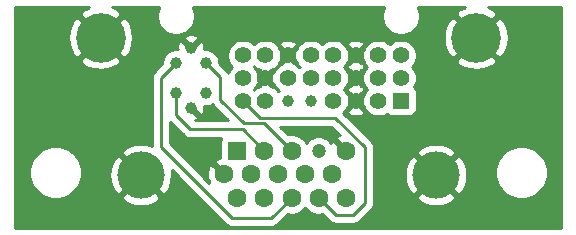
<source format=gtl>
G04 #@! TF.GenerationSoftware,KiCad,Pcbnew,(5.1.2)-1*
G04 #@! TF.CreationDate,2019-06-06T00:59:27-04:00*
G04 #@! TF.ProjectId,VGA to DVI_SIMPLE,56474120-746f-4204-9456-495f53494d50,rev?*
G04 #@! TF.SameCoordinates,Original*
G04 #@! TF.FileFunction,Copper,L1,Top*
G04 #@! TF.FilePolarity,Positive*
%FSLAX46Y46*%
G04 Gerber Fmt 4.6, Leading zero omitted, Abs format (unit mm)*
G04 Created by KiCad (PCBNEW (5.1.2)-1) date 2019-06-06 00:59:27*
%MOMM*%
%LPD*%
G04 APERTURE LIST*
%ADD10C,4.200000*%
%ADD11C,1.400000*%
%ADD12R,1.400000X1.400000*%
%ADD13C,1.000000*%
%ADD14R,1.600000X1.600000*%
%ADD15C,1.600000*%
%ADD16C,1.200000*%
%ADD17C,4.000000*%
%ADD18C,0.250000*%
%ADD19C,0.254000*%
G04 APERTURE END LIST*
D10*
X186690000Y-109220000D03*
X154890000Y-109220000D03*
D11*
X180310000Y-110740000D03*
X178400000Y-110740000D03*
X176490000Y-110740000D03*
X174580000Y-110740000D03*
X172670000Y-110740000D03*
X170760000Y-110740000D03*
X168850000Y-110740000D03*
X166940000Y-110740000D03*
X180310000Y-112650000D03*
X178400000Y-112650000D03*
X176490000Y-112650000D03*
X174580000Y-112650000D03*
X172670000Y-112650000D03*
X170760000Y-112650000D03*
X168850000Y-112650000D03*
X166940000Y-112650000D03*
D12*
X180310000Y-114560000D03*
D11*
X178400000Y-114560000D03*
X176490000Y-114560000D03*
X174580000Y-114560000D03*
D13*
X172670000Y-114560000D03*
X170760000Y-114560000D03*
D11*
X168850000Y-114560000D03*
X166940000Y-114560000D03*
D13*
X163800000Y-111350000D03*
X161260000Y-111350000D03*
X162530000Y-110080000D03*
X163800000Y-113890000D03*
X161260000Y-113890000D03*
X162530000Y-115160000D03*
D14*
X166475000Y-118814339D03*
D15*
X168765000Y-118814339D03*
X171055000Y-118814339D03*
D16*
X173345000Y-118814339D03*
D15*
X175635000Y-118814339D03*
X165330000Y-120794339D03*
X167620000Y-120794339D03*
X169910000Y-120794339D03*
X172200000Y-120794339D03*
X174490000Y-120794339D03*
X166475000Y-122774339D03*
X168765000Y-122774339D03*
X171055000Y-122774339D03*
X173345000Y-122774339D03*
X175635000Y-122774339D03*
D17*
X158290000Y-120864339D03*
X183290000Y-120864339D03*
D18*
X161260000Y-114597106D02*
X161260000Y-113890000D01*
X161260000Y-115760000D02*
X161260000Y-114597106D01*
X162500000Y-117000000D02*
X161260000Y-115760000D01*
X168765000Y-118814339D02*
X166950661Y-117000000D01*
X166950661Y-117000000D02*
X162500000Y-117000000D01*
X164299999Y-111849999D02*
X163800000Y-111350000D01*
X165000000Y-112550000D02*
X164299999Y-111849999D01*
X165000000Y-114500000D02*
X165000000Y-112550000D01*
X167000000Y-116500000D02*
X165000000Y-114500000D01*
X171055000Y-118814339D02*
X168740661Y-116500000D01*
X168740661Y-116500000D02*
X167000000Y-116500000D01*
X160760001Y-111849999D02*
X161260000Y-111350000D01*
X160000000Y-112610000D02*
X160760001Y-111849999D01*
X160000000Y-118500000D02*
X160000000Y-112610000D01*
X166000000Y-124500000D02*
X160000000Y-118500000D01*
X171055000Y-122774339D02*
X169329339Y-124500000D01*
X169329339Y-124500000D02*
X166000000Y-124500000D01*
X167639999Y-115259999D02*
X166940000Y-114560000D01*
X168380000Y-116000000D02*
X167639999Y-115259999D01*
X174820661Y-124250000D02*
X176250000Y-124250000D01*
X173345000Y-122774339D02*
X174820661Y-124250000D01*
X177250000Y-123250000D02*
X177250000Y-118500000D01*
X177250000Y-118500000D02*
X174750000Y-116000000D01*
X176250000Y-124250000D02*
X177250000Y-123250000D01*
X174750000Y-116000000D02*
X168380000Y-116000000D01*
D19*
G36*
X153820655Y-106688343D02*
G01*
X153379099Y-106924359D01*
X153150965Y-107301360D01*
X154890000Y-109040395D01*
X156629035Y-107301360D01*
X156400901Y-106924359D01*
X155924011Y-106673708D01*
X155877664Y-106660000D01*
X159828009Y-106660000D01*
X159711871Y-106940380D01*
X159650000Y-107251429D01*
X159650000Y-107568571D01*
X159711871Y-107879620D01*
X159833237Y-108172621D01*
X160009431Y-108436315D01*
X160233685Y-108660569D01*
X160497379Y-108836763D01*
X160790380Y-108958129D01*
X161101429Y-109020000D01*
X161418571Y-109020000D01*
X161729620Y-108958129D01*
X162022621Y-108836763D01*
X162286315Y-108660569D01*
X162510569Y-108436315D01*
X162686763Y-108172621D01*
X162808129Y-107879620D01*
X162870000Y-107568571D01*
X162870000Y-107251429D01*
X162808129Y-106940380D01*
X162691991Y-106660000D01*
X178878009Y-106660000D01*
X178761871Y-106940380D01*
X178700000Y-107251429D01*
X178700000Y-107568571D01*
X178761871Y-107879620D01*
X178883237Y-108172621D01*
X179059431Y-108436315D01*
X179283685Y-108660569D01*
X179547379Y-108836763D01*
X179840380Y-108958129D01*
X180151429Y-109020000D01*
X180468571Y-109020000D01*
X180779620Y-108958129D01*
X181072621Y-108836763D01*
X181336315Y-108660569D01*
X181560569Y-108436315D01*
X181736763Y-108172621D01*
X181858129Y-107879620D01*
X181920000Y-107568571D01*
X181920000Y-107251429D01*
X181858129Y-106940380D01*
X181741991Y-106660000D01*
X185711801Y-106660000D01*
X185620655Y-106688343D01*
X185179099Y-106924359D01*
X184950965Y-107301360D01*
X186690000Y-109040395D01*
X188429035Y-107301360D01*
X188200901Y-106924359D01*
X187724011Y-106673708D01*
X187677664Y-106660000D01*
X193840000Y-106660000D01*
X193840001Y-120467572D01*
X193840000Y-120467582D01*
X193840001Y-125340000D01*
X147660000Y-125340000D01*
X147660000Y-120429872D01*
X148845000Y-120429872D01*
X148845000Y-120870128D01*
X148930890Y-121301925D01*
X149099369Y-121708669D01*
X149343962Y-122074729D01*
X149655271Y-122386038D01*
X150021331Y-122630631D01*
X150428075Y-122799110D01*
X150859872Y-122885000D01*
X151300128Y-122885000D01*
X151731925Y-122799110D01*
X151942618Y-122711838D01*
X156622106Y-122711838D01*
X156838228Y-123078597D01*
X157298105Y-123319277D01*
X157796098Y-123465614D01*
X158313071Y-123511987D01*
X158829159Y-123456612D01*
X159324526Y-123301618D01*
X159741772Y-123078597D01*
X159957894Y-122711838D01*
X158290000Y-121043944D01*
X156622106Y-122711838D01*
X151942618Y-122711838D01*
X152138669Y-122630631D01*
X152504729Y-122386038D01*
X152816038Y-122074729D01*
X153060631Y-121708669D01*
X153229110Y-121301925D01*
X153311562Y-120887410D01*
X155642352Y-120887410D01*
X155697727Y-121403498D01*
X155852721Y-121898865D01*
X156075742Y-122316111D01*
X156442501Y-122532233D01*
X158110395Y-120864339D01*
X156442501Y-119196445D01*
X156075742Y-119412567D01*
X155835062Y-119872444D01*
X155688725Y-120370437D01*
X155642352Y-120887410D01*
X153311562Y-120887410D01*
X153315000Y-120870128D01*
X153315000Y-120429872D01*
X153229110Y-119998075D01*
X153060631Y-119591331D01*
X152816038Y-119225271D01*
X152607607Y-119016840D01*
X156622106Y-119016840D01*
X158290000Y-120684734D01*
X158304143Y-120670592D01*
X158483748Y-120850197D01*
X158469605Y-120864339D01*
X160137499Y-122532233D01*
X160504258Y-122316111D01*
X160744938Y-121856234D01*
X160891275Y-121358241D01*
X160937648Y-120841268D01*
X160898126Y-120472927D01*
X165436205Y-125011008D01*
X165459999Y-125040001D01*
X165488992Y-125063795D01*
X165488996Y-125063799D01*
X165559685Y-125121811D01*
X165575724Y-125134974D01*
X165707753Y-125205546D01*
X165851014Y-125249003D01*
X165962667Y-125260000D01*
X165962676Y-125260000D01*
X165999999Y-125263676D01*
X166037322Y-125260000D01*
X169292017Y-125260000D01*
X169329339Y-125263676D01*
X169366661Y-125260000D01*
X169366672Y-125260000D01*
X169478325Y-125249003D01*
X169621586Y-125205546D01*
X169753615Y-125134974D01*
X169869340Y-125040001D01*
X169893143Y-125010997D01*
X170731114Y-124173027D01*
X170913665Y-124209339D01*
X171196335Y-124209339D01*
X171473574Y-124154192D01*
X171734727Y-124046019D01*
X171969759Y-123888976D01*
X172169637Y-123689098D01*
X172200000Y-123643656D01*
X172230363Y-123689098D01*
X172430241Y-123888976D01*
X172665273Y-124046019D01*
X172926426Y-124154192D01*
X173203665Y-124209339D01*
X173486335Y-124209339D01*
X173668886Y-124173027D01*
X174256862Y-124761003D01*
X174280660Y-124790001D01*
X174396385Y-124884974D01*
X174528414Y-124955546D01*
X174671675Y-124999003D01*
X174783328Y-125010000D01*
X174783338Y-125010000D01*
X174820661Y-125013676D01*
X174857984Y-125010000D01*
X176212678Y-125010000D01*
X176250000Y-125013676D01*
X176287322Y-125010000D01*
X176287333Y-125010000D01*
X176398986Y-124999003D01*
X176542247Y-124955546D01*
X176674276Y-124884974D01*
X176790001Y-124790001D01*
X176813804Y-124760998D01*
X177761004Y-123813798D01*
X177790001Y-123790001D01*
X177884974Y-123674276D01*
X177955546Y-123542247D01*
X177999003Y-123398986D01*
X178010000Y-123287333D01*
X178010000Y-123287332D01*
X178013677Y-123250000D01*
X178010000Y-123212667D01*
X178010000Y-122711838D01*
X181622106Y-122711838D01*
X181838228Y-123078597D01*
X182298105Y-123319277D01*
X182796098Y-123465614D01*
X183313071Y-123511987D01*
X183829159Y-123456612D01*
X184324526Y-123301618D01*
X184741772Y-123078597D01*
X184957894Y-122711838D01*
X183290000Y-121043944D01*
X181622106Y-122711838D01*
X178010000Y-122711838D01*
X178010000Y-120887410D01*
X180642352Y-120887410D01*
X180697727Y-121403498D01*
X180852721Y-121898865D01*
X181075742Y-122316111D01*
X181442501Y-122532233D01*
X183110395Y-120864339D01*
X183469605Y-120864339D01*
X185137499Y-122532233D01*
X185504258Y-122316111D01*
X185744938Y-121856234D01*
X185891275Y-121358241D01*
X185937648Y-120841268D01*
X185893507Y-120429872D01*
X188265000Y-120429872D01*
X188265000Y-120870128D01*
X188350890Y-121301925D01*
X188519369Y-121708669D01*
X188763962Y-122074729D01*
X189075271Y-122386038D01*
X189441331Y-122630631D01*
X189848075Y-122799110D01*
X190279872Y-122885000D01*
X190720128Y-122885000D01*
X191151925Y-122799110D01*
X191558669Y-122630631D01*
X191924729Y-122386038D01*
X192236038Y-122074729D01*
X192480631Y-121708669D01*
X192649110Y-121301925D01*
X192735000Y-120870128D01*
X192735000Y-120429872D01*
X192649110Y-119998075D01*
X192480631Y-119591331D01*
X192236038Y-119225271D01*
X191924729Y-118913962D01*
X191558669Y-118669369D01*
X191151925Y-118500890D01*
X190720128Y-118415000D01*
X190279872Y-118415000D01*
X189848075Y-118500890D01*
X189441331Y-118669369D01*
X189075271Y-118913962D01*
X188763962Y-119225271D01*
X188519369Y-119591331D01*
X188350890Y-119998075D01*
X188265000Y-120429872D01*
X185893507Y-120429872D01*
X185882273Y-120325180D01*
X185727279Y-119829813D01*
X185504258Y-119412567D01*
X185137499Y-119196445D01*
X183469605Y-120864339D01*
X183110395Y-120864339D01*
X181442501Y-119196445D01*
X181075742Y-119412567D01*
X180835062Y-119872444D01*
X180688725Y-120370437D01*
X180642352Y-120887410D01*
X178010000Y-120887410D01*
X178010000Y-119016840D01*
X181622106Y-119016840D01*
X183290000Y-120684734D01*
X184957894Y-119016840D01*
X184741772Y-118650081D01*
X184281895Y-118409401D01*
X183783902Y-118263064D01*
X183266929Y-118216691D01*
X182750841Y-118272066D01*
X182255474Y-118427060D01*
X181838228Y-118650081D01*
X181622106Y-119016840D01*
X178010000Y-119016840D01*
X178010000Y-118537323D01*
X178013676Y-118500000D01*
X178010000Y-118462677D01*
X178010000Y-118462667D01*
X177999003Y-118351014D01*
X177955546Y-118207753D01*
X177916451Y-118134612D01*
X177884974Y-118075723D01*
X177813799Y-117988997D01*
X177790001Y-117959999D01*
X177761003Y-117936201D01*
X175425468Y-115600667D01*
X175431013Y-115596962D01*
X175546706Y-115481269D01*
X175748336Y-115481269D01*
X175807797Y-115715037D01*
X176046242Y-115825934D01*
X176301740Y-115888183D01*
X176564473Y-115899390D01*
X176824344Y-115859125D01*
X177071366Y-115768935D01*
X177172203Y-115715037D01*
X177231664Y-115481269D01*
X176490000Y-114739605D01*
X175748336Y-115481269D01*
X175546706Y-115481269D01*
X175616962Y-115411013D01*
X175763061Y-115192359D01*
X175823183Y-115047212D01*
X176310395Y-114560000D01*
X175823183Y-114072788D01*
X175763061Y-113927641D01*
X175616962Y-113708987D01*
X175512975Y-113605000D01*
X175546706Y-113571269D01*
X175748336Y-113571269D01*
X175756916Y-113605000D01*
X175748336Y-113638731D01*
X175771349Y-113661744D01*
X175807797Y-113805037D01*
X176007539Y-113897934D01*
X176490000Y-114380395D01*
X176977010Y-113893385D01*
X177071366Y-113858935D01*
X177172203Y-113805037D01*
X177208651Y-113661744D01*
X177231664Y-113638731D01*
X177223084Y-113605000D01*
X177231664Y-113571269D01*
X177208651Y-113548256D01*
X177172203Y-113404963D01*
X176972461Y-113312066D01*
X176490000Y-112829605D01*
X176002990Y-113316615D01*
X175908634Y-113351065D01*
X175807797Y-113404963D01*
X175771349Y-113548256D01*
X175748336Y-113571269D01*
X175546706Y-113571269D01*
X175616962Y-113501013D01*
X175763061Y-113282359D01*
X175823183Y-113137212D01*
X176310395Y-112650000D01*
X175823183Y-112162788D01*
X175763061Y-112017641D01*
X175616962Y-111798987D01*
X175512975Y-111695000D01*
X175546706Y-111661269D01*
X175748336Y-111661269D01*
X175756916Y-111695000D01*
X175748336Y-111728731D01*
X175771349Y-111751744D01*
X175807797Y-111895037D01*
X176007539Y-111987934D01*
X176490000Y-112470395D01*
X176977010Y-111983385D01*
X177071366Y-111948935D01*
X177172203Y-111895037D01*
X177208651Y-111751744D01*
X177231664Y-111728731D01*
X177223084Y-111695000D01*
X177231664Y-111661269D01*
X177208651Y-111638256D01*
X177172203Y-111494963D01*
X176972461Y-111402066D01*
X176490000Y-110919605D01*
X176002990Y-111406615D01*
X175908634Y-111441065D01*
X175807797Y-111494963D01*
X175771349Y-111638256D01*
X175748336Y-111661269D01*
X175546706Y-111661269D01*
X175616962Y-111591013D01*
X175763061Y-111372359D01*
X175823183Y-111227212D01*
X176310395Y-110740000D01*
X176669605Y-110740000D01*
X177156817Y-111227212D01*
X177216939Y-111372359D01*
X177363038Y-111591013D01*
X177467025Y-111695000D01*
X177363038Y-111798987D01*
X177216939Y-112017641D01*
X177156817Y-112162788D01*
X176669605Y-112650000D01*
X177156817Y-113137212D01*
X177216939Y-113282359D01*
X177363038Y-113501013D01*
X177467025Y-113605000D01*
X177363038Y-113708987D01*
X177216939Y-113927641D01*
X177156817Y-114072788D01*
X176669605Y-114560000D01*
X177156817Y-115047212D01*
X177216939Y-115192359D01*
X177363038Y-115411013D01*
X177548987Y-115596962D01*
X177767641Y-115743061D01*
X178010595Y-115843696D01*
X178268514Y-115895000D01*
X178531486Y-115895000D01*
X178789405Y-115843696D01*
X179032359Y-115743061D01*
X179130925Y-115677201D01*
X179158815Y-115711185D01*
X179255506Y-115790537D01*
X179365820Y-115849502D01*
X179485518Y-115885812D01*
X179610000Y-115898072D01*
X181010000Y-115898072D01*
X181134482Y-115885812D01*
X181254180Y-115849502D01*
X181364494Y-115790537D01*
X181461185Y-115711185D01*
X181540537Y-115614494D01*
X181599502Y-115504180D01*
X181635812Y-115384482D01*
X181648072Y-115260000D01*
X181648072Y-113860000D01*
X181635812Y-113735518D01*
X181599502Y-113615820D01*
X181540537Y-113505506D01*
X181461185Y-113408815D01*
X181427201Y-113380925D01*
X181493061Y-113282359D01*
X181593696Y-113039405D01*
X181645000Y-112781486D01*
X181645000Y-112518514D01*
X181593696Y-112260595D01*
X181493061Y-112017641D01*
X181346962Y-111798987D01*
X181242975Y-111695000D01*
X181346962Y-111591013D01*
X181493061Y-111372359D01*
X181589870Y-111138640D01*
X184950965Y-111138640D01*
X185179099Y-111515641D01*
X185655989Y-111766292D01*
X186172614Y-111919092D01*
X186709122Y-111968167D01*
X187244896Y-111911631D01*
X187759345Y-111751657D01*
X188200901Y-111515641D01*
X188429035Y-111138640D01*
X186690000Y-109399605D01*
X184950965Y-111138640D01*
X181589870Y-111138640D01*
X181593696Y-111129405D01*
X181645000Y-110871486D01*
X181645000Y-110608514D01*
X181593696Y-110350595D01*
X181493061Y-110107641D01*
X181346962Y-109888987D01*
X181161013Y-109703038D01*
X180942359Y-109556939D01*
X180699405Y-109456304D01*
X180441486Y-109405000D01*
X180178514Y-109405000D01*
X179920595Y-109456304D01*
X179677641Y-109556939D01*
X179458987Y-109703038D01*
X179355000Y-109807025D01*
X179251013Y-109703038D01*
X179032359Y-109556939D01*
X178789405Y-109456304D01*
X178531486Y-109405000D01*
X178268514Y-109405000D01*
X178010595Y-109456304D01*
X177767641Y-109556939D01*
X177548987Y-109703038D01*
X177363038Y-109888987D01*
X177216939Y-110107641D01*
X177156817Y-110252788D01*
X176669605Y-110740000D01*
X176310395Y-110740000D01*
X175823183Y-110252788D01*
X175763061Y-110107641D01*
X175616962Y-109888987D01*
X175546706Y-109818731D01*
X175748336Y-109818731D01*
X176490000Y-110560395D01*
X177231664Y-109818731D01*
X177172203Y-109584963D01*
X176933758Y-109474066D01*
X176678260Y-109411817D01*
X176415527Y-109400610D01*
X176155656Y-109440875D01*
X175908634Y-109531065D01*
X175807797Y-109584963D01*
X175748336Y-109818731D01*
X175546706Y-109818731D01*
X175431013Y-109703038D01*
X175212359Y-109556939D01*
X174969405Y-109456304D01*
X174711486Y-109405000D01*
X174448514Y-109405000D01*
X174190595Y-109456304D01*
X173947641Y-109556939D01*
X173728987Y-109703038D01*
X173625000Y-109807025D01*
X173521013Y-109703038D01*
X173302359Y-109556939D01*
X173059405Y-109456304D01*
X172801486Y-109405000D01*
X172538514Y-109405000D01*
X172280595Y-109456304D01*
X172037641Y-109556939D01*
X171818987Y-109703038D01*
X171633038Y-109888987D01*
X171486939Y-110107641D01*
X171426817Y-110252788D01*
X170939605Y-110740000D01*
X171426817Y-111227212D01*
X171486939Y-111372359D01*
X171633038Y-111591013D01*
X171737025Y-111695000D01*
X171715000Y-111717025D01*
X171611013Y-111613038D01*
X171392359Y-111466939D01*
X171247212Y-111406817D01*
X170760000Y-110919605D01*
X170272788Y-111406817D01*
X170127641Y-111466939D01*
X169908987Y-111613038D01*
X169723038Y-111798987D01*
X169576939Y-112017641D01*
X169516817Y-112162788D01*
X169029605Y-112650000D01*
X169516817Y-113137212D01*
X169576939Y-113282359D01*
X169723038Y-113501013D01*
X169908987Y-113686962D01*
X169980274Y-113734594D01*
X169934594Y-113780274D01*
X169886962Y-113708987D01*
X169701013Y-113523038D01*
X169482359Y-113376939D01*
X169337212Y-113316817D01*
X168850000Y-112829605D01*
X168362788Y-113316817D01*
X168217641Y-113376939D01*
X167998987Y-113523038D01*
X167895000Y-113627025D01*
X167872975Y-113605000D01*
X167976962Y-113501013D01*
X168123061Y-113282359D01*
X168183183Y-113137212D01*
X168670395Y-112650000D01*
X168183183Y-112162788D01*
X168123061Y-112017641D01*
X167976962Y-111798987D01*
X167872975Y-111695000D01*
X167895000Y-111672975D01*
X167998987Y-111776962D01*
X168217641Y-111923061D01*
X168362788Y-111983183D01*
X168850000Y-112470395D01*
X169337212Y-111983183D01*
X169482359Y-111923061D01*
X169701013Y-111776962D01*
X169886962Y-111591013D01*
X170033061Y-111372359D01*
X170093183Y-111227212D01*
X170580395Y-110740000D01*
X170093183Y-110252788D01*
X170033061Y-110107641D01*
X169886962Y-109888987D01*
X169816706Y-109818731D01*
X170018336Y-109818731D01*
X170760000Y-110560395D01*
X171501664Y-109818731D01*
X171442203Y-109584963D01*
X171203758Y-109474066D01*
X170948260Y-109411817D01*
X170685527Y-109400610D01*
X170425656Y-109440875D01*
X170178634Y-109531065D01*
X170077797Y-109584963D01*
X170018336Y-109818731D01*
X169816706Y-109818731D01*
X169701013Y-109703038D01*
X169482359Y-109556939D01*
X169239405Y-109456304D01*
X168981486Y-109405000D01*
X168718514Y-109405000D01*
X168460595Y-109456304D01*
X168217641Y-109556939D01*
X167998987Y-109703038D01*
X167895000Y-109807025D01*
X167791013Y-109703038D01*
X167572359Y-109556939D01*
X167329405Y-109456304D01*
X167071486Y-109405000D01*
X166808514Y-109405000D01*
X166550595Y-109456304D01*
X166307641Y-109556939D01*
X166088987Y-109703038D01*
X165903038Y-109888987D01*
X165756939Y-110107641D01*
X165656304Y-110350595D01*
X165605000Y-110608514D01*
X165605000Y-110871486D01*
X165656304Y-111129405D01*
X165756939Y-111372359D01*
X165903038Y-111591013D01*
X166007025Y-111695000D01*
X165903038Y-111798987D01*
X165756939Y-112017641D01*
X165678466Y-112207091D01*
X165634974Y-112125723D01*
X165563799Y-112038997D01*
X165540001Y-112009999D01*
X165511002Y-111986201D01*
X164935000Y-111410199D01*
X164935000Y-111238212D01*
X164891383Y-111018933D01*
X164805824Y-110812376D01*
X164681612Y-110626480D01*
X164523520Y-110468388D01*
X164337624Y-110344176D01*
X164131067Y-110258617D01*
X163911788Y-110215000D01*
X163688212Y-110215000D01*
X163661753Y-110220263D01*
X163667511Y-109997594D01*
X163629577Y-109777260D01*
X163549387Y-109568560D01*
X163521588Y-109516550D01*
X163308166Y-109481439D01*
X162709605Y-110080000D01*
X162723748Y-110094143D01*
X162544143Y-110273748D01*
X162530000Y-110259605D01*
X162515858Y-110273748D01*
X162336253Y-110094143D01*
X162350395Y-110080000D01*
X161751834Y-109481439D01*
X161538412Y-109516550D01*
X161447542Y-109720826D01*
X161398269Y-109938905D01*
X161392489Y-110162406D01*
X161402599Y-110221129D01*
X161371788Y-110215000D01*
X161148212Y-110215000D01*
X160928933Y-110258617D01*
X160722376Y-110344176D01*
X160536480Y-110468388D01*
X160378388Y-110626480D01*
X160254176Y-110812376D01*
X160168617Y-111018933D01*
X160125000Y-111238212D01*
X160125000Y-111410198D01*
X159488998Y-112046201D01*
X159460000Y-112069999D01*
X159436202Y-112098997D01*
X159436201Y-112098998D01*
X159365026Y-112185724D01*
X159294454Y-112317754D01*
X159272540Y-112389999D01*
X159250998Y-112461014D01*
X159241687Y-112555545D01*
X159236324Y-112610000D01*
X159240001Y-112647332D01*
X159240000Y-118397090D01*
X158783902Y-118263064D01*
X158266929Y-118216691D01*
X157750841Y-118272066D01*
X157255474Y-118427060D01*
X156838228Y-118650081D01*
X156622106Y-119016840D01*
X152607607Y-119016840D01*
X152504729Y-118913962D01*
X152138669Y-118669369D01*
X151731925Y-118500890D01*
X151300128Y-118415000D01*
X150859872Y-118415000D01*
X150428075Y-118500890D01*
X150021331Y-118669369D01*
X149655271Y-118913962D01*
X149343962Y-119225271D01*
X149099369Y-119591331D01*
X148930890Y-119998075D01*
X148845000Y-120429872D01*
X147660000Y-120429872D01*
X147660000Y-111138640D01*
X153150965Y-111138640D01*
X153379099Y-111515641D01*
X153855989Y-111766292D01*
X154372614Y-111919092D01*
X154909122Y-111968167D01*
X155444896Y-111911631D01*
X155959345Y-111751657D01*
X156400901Y-111515641D01*
X156629035Y-111138640D01*
X154890000Y-109399605D01*
X153150965Y-111138640D01*
X147660000Y-111138640D01*
X147660000Y-109239122D01*
X152141833Y-109239122D01*
X152198369Y-109774896D01*
X152358343Y-110289345D01*
X152594359Y-110730901D01*
X152971360Y-110959035D01*
X154710395Y-109220000D01*
X155069605Y-109220000D01*
X156808640Y-110959035D01*
X157185641Y-110730901D01*
X157436292Y-110254011D01*
X157589092Y-109737386D01*
X157628932Y-109301834D01*
X161931439Y-109301834D01*
X162530000Y-109900395D01*
X163128561Y-109301834D01*
X163118244Y-109239122D01*
X183941833Y-109239122D01*
X183998369Y-109774896D01*
X184158343Y-110289345D01*
X184394359Y-110730901D01*
X184771360Y-110959035D01*
X186510395Y-109220000D01*
X186869605Y-109220000D01*
X188608640Y-110959035D01*
X188985641Y-110730901D01*
X189236292Y-110254011D01*
X189389092Y-109737386D01*
X189438167Y-109200878D01*
X189381631Y-108665104D01*
X189221657Y-108150655D01*
X188985641Y-107709099D01*
X188608640Y-107480965D01*
X186869605Y-109220000D01*
X186510395Y-109220000D01*
X184771360Y-107480965D01*
X184394359Y-107709099D01*
X184143708Y-108185989D01*
X183990908Y-108702614D01*
X183941833Y-109239122D01*
X163118244Y-109239122D01*
X163093450Y-109088412D01*
X162889174Y-108997542D01*
X162671095Y-108948269D01*
X162447594Y-108942489D01*
X162227260Y-108980423D01*
X162018560Y-109060613D01*
X161966550Y-109088412D01*
X161931439Y-109301834D01*
X157628932Y-109301834D01*
X157638167Y-109200878D01*
X157581631Y-108665104D01*
X157421657Y-108150655D01*
X157185641Y-107709099D01*
X156808640Y-107480965D01*
X155069605Y-109220000D01*
X154710395Y-109220000D01*
X152971360Y-107480965D01*
X152594359Y-107709099D01*
X152343708Y-108185989D01*
X152190908Y-108702614D01*
X152141833Y-109239122D01*
X147660000Y-109239122D01*
X147660000Y-106660000D01*
X153911801Y-106660000D01*
X153820655Y-106688343D01*
X153820655Y-106688343D01*
G37*
X153820655Y-106688343D02*
X153379099Y-106924359D01*
X153150965Y-107301360D01*
X154890000Y-109040395D01*
X156629035Y-107301360D01*
X156400901Y-106924359D01*
X155924011Y-106673708D01*
X155877664Y-106660000D01*
X159828009Y-106660000D01*
X159711871Y-106940380D01*
X159650000Y-107251429D01*
X159650000Y-107568571D01*
X159711871Y-107879620D01*
X159833237Y-108172621D01*
X160009431Y-108436315D01*
X160233685Y-108660569D01*
X160497379Y-108836763D01*
X160790380Y-108958129D01*
X161101429Y-109020000D01*
X161418571Y-109020000D01*
X161729620Y-108958129D01*
X162022621Y-108836763D01*
X162286315Y-108660569D01*
X162510569Y-108436315D01*
X162686763Y-108172621D01*
X162808129Y-107879620D01*
X162870000Y-107568571D01*
X162870000Y-107251429D01*
X162808129Y-106940380D01*
X162691991Y-106660000D01*
X178878009Y-106660000D01*
X178761871Y-106940380D01*
X178700000Y-107251429D01*
X178700000Y-107568571D01*
X178761871Y-107879620D01*
X178883237Y-108172621D01*
X179059431Y-108436315D01*
X179283685Y-108660569D01*
X179547379Y-108836763D01*
X179840380Y-108958129D01*
X180151429Y-109020000D01*
X180468571Y-109020000D01*
X180779620Y-108958129D01*
X181072621Y-108836763D01*
X181336315Y-108660569D01*
X181560569Y-108436315D01*
X181736763Y-108172621D01*
X181858129Y-107879620D01*
X181920000Y-107568571D01*
X181920000Y-107251429D01*
X181858129Y-106940380D01*
X181741991Y-106660000D01*
X185711801Y-106660000D01*
X185620655Y-106688343D01*
X185179099Y-106924359D01*
X184950965Y-107301360D01*
X186690000Y-109040395D01*
X188429035Y-107301360D01*
X188200901Y-106924359D01*
X187724011Y-106673708D01*
X187677664Y-106660000D01*
X193840000Y-106660000D01*
X193840001Y-120467572D01*
X193840000Y-120467582D01*
X193840001Y-125340000D01*
X147660000Y-125340000D01*
X147660000Y-120429872D01*
X148845000Y-120429872D01*
X148845000Y-120870128D01*
X148930890Y-121301925D01*
X149099369Y-121708669D01*
X149343962Y-122074729D01*
X149655271Y-122386038D01*
X150021331Y-122630631D01*
X150428075Y-122799110D01*
X150859872Y-122885000D01*
X151300128Y-122885000D01*
X151731925Y-122799110D01*
X151942618Y-122711838D01*
X156622106Y-122711838D01*
X156838228Y-123078597D01*
X157298105Y-123319277D01*
X157796098Y-123465614D01*
X158313071Y-123511987D01*
X158829159Y-123456612D01*
X159324526Y-123301618D01*
X159741772Y-123078597D01*
X159957894Y-122711838D01*
X158290000Y-121043944D01*
X156622106Y-122711838D01*
X151942618Y-122711838D01*
X152138669Y-122630631D01*
X152504729Y-122386038D01*
X152816038Y-122074729D01*
X153060631Y-121708669D01*
X153229110Y-121301925D01*
X153311562Y-120887410D01*
X155642352Y-120887410D01*
X155697727Y-121403498D01*
X155852721Y-121898865D01*
X156075742Y-122316111D01*
X156442501Y-122532233D01*
X158110395Y-120864339D01*
X156442501Y-119196445D01*
X156075742Y-119412567D01*
X155835062Y-119872444D01*
X155688725Y-120370437D01*
X155642352Y-120887410D01*
X153311562Y-120887410D01*
X153315000Y-120870128D01*
X153315000Y-120429872D01*
X153229110Y-119998075D01*
X153060631Y-119591331D01*
X152816038Y-119225271D01*
X152607607Y-119016840D01*
X156622106Y-119016840D01*
X158290000Y-120684734D01*
X158304143Y-120670592D01*
X158483748Y-120850197D01*
X158469605Y-120864339D01*
X160137499Y-122532233D01*
X160504258Y-122316111D01*
X160744938Y-121856234D01*
X160891275Y-121358241D01*
X160937648Y-120841268D01*
X160898126Y-120472927D01*
X165436205Y-125011008D01*
X165459999Y-125040001D01*
X165488992Y-125063795D01*
X165488996Y-125063799D01*
X165559685Y-125121811D01*
X165575724Y-125134974D01*
X165707753Y-125205546D01*
X165851014Y-125249003D01*
X165962667Y-125260000D01*
X165962676Y-125260000D01*
X165999999Y-125263676D01*
X166037322Y-125260000D01*
X169292017Y-125260000D01*
X169329339Y-125263676D01*
X169366661Y-125260000D01*
X169366672Y-125260000D01*
X169478325Y-125249003D01*
X169621586Y-125205546D01*
X169753615Y-125134974D01*
X169869340Y-125040001D01*
X169893143Y-125010997D01*
X170731114Y-124173027D01*
X170913665Y-124209339D01*
X171196335Y-124209339D01*
X171473574Y-124154192D01*
X171734727Y-124046019D01*
X171969759Y-123888976D01*
X172169637Y-123689098D01*
X172200000Y-123643656D01*
X172230363Y-123689098D01*
X172430241Y-123888976D01*
X172665273Y-124046019D01*
X172926426Y-124154192D01*
X173203665Y-124209339D01*
X173486335Y-124209339D01*
X173668886Y-124173027D01*
X174256862Y-124761003D01*
X174280660Y-124790001D01*
X174396385Y-124884974D01*
X174528414Y-124955546D01*
X174671675Y-124999003D01*
X174783328Y-125010000D01*
X174783338Y-125010000D01*
X174820661Y-125013676D01*
X174857984Y-125010000D01*
X176212678Y-125010000D01*
X176250000Y-125013676D01*
X176287322Y-125010000D01*
X176287333Y-125010000D01*
X176398986Y-124999003D01*
X176542247Y-124955546D01*
X176674276Y-124884974D01*
X176790001Y-124790001D01*
X176813804Y-124760998D01*
X177761004Y-123813798D01*
X177790001Y-123790001D01*
X177884974Y-123674276D01*
X177955546Y-123542247D01*
X177999003Y-123398986D01*
X178010000Y-123287333D01*
X178010000Y-123287332D01*
X178013677Y-123250000D01*
X178010000Y-123212667D01*
X178010000Y-122711838D01*
X181622106Y-122711838D01*
X181838228Y-123078597D01*
X182298105Y-123319277D01*
X182796098Y-123465614D01*
X183313071Y-123511987D01*
X183829159Y-123456612D01*
X184324526Y-123301618D01*
X184741772Y-123078597D01*
X184957894Y-122711838D01*
X183290000Y-121043944D01*
X181622106Y-122711838D01*
X178010000Y-122711838D01*
X178010000Y-120887410D01*
X180642352Y-120887410D01*
X180697727Y-121403498D01*
X180852721Y-121898865D01*
X181075742Y-122316111D01*
X181442501Y-122532233D01*
X183110395Y-120864339D01*
X183469605Y-120864339D01*
X185137499Y-122532233D01*
X185504258Y-122316111D01*
X185744938Y-121856234D01*
X185891275Y-121358241D01*
X185937648Y-120841268D01*
X185893507Y-120429872D01*
X188265000Y-120429872D01*
X188265000Y-120870128D01*
X188350890Y-121301925D01*
X188519369Y-121708669D01*
X188763962Y-122074729D01*
X189075271Y-122386038D01*
X189441331Y-122630631D01*
X189848075Y-122799110D01*
X190279872Y-122885000D01*
X190720128Y-122885000D01*
X191151925Y-122799110D01*
X191558669Y-122630631D01*
X191924729Y-122386038D01*
X192236038Y-122074729D01*
X192480631Y-121708669D01*
X192649110Y-121301925D01*
X192735000Y-120870128D01*
X192735000Y-120429872D01*
X192649110Y-119998075D01*
X192480631Y-119591331D01*
X192236038Y-119225271D01*
X191924729Y-118913962D01*
X191558669Y-118669369D01*
X191151925Y-118500890D01*
X190720128Y-118415000D01*
X190279872Y-118415000D01*
X189848075Y-118500890D01*
X189441331Y-118669369D01*
X189075271Y-118913962D01*
X188763962Y-119225271D01*
X188519369Y-119591331D01*
X188350890Y-119998075D01*
X188265000Y-120429872D01*
X185893507Y-120429872D01*
X185882273Y-120325180D01*
X185727279Y-119829813D01*
X185504258Y-119412567D01*
X185137499Y-119196445D01*
X183469605Y-120864339D01*
X183110395Y-120864339D01*
X181442501Y-119196445D01*
X181075742Y-119412567D01*
X180835062Y-119872444D01*
X180688725Y-120370437D01*
X180642352Y-120887410D01*
X178010000Y-120887410D01*
X178010000Y-119016840D01*
X181622106Y-119016840D01*
X183290000Y-120684734D01*
X184957894Y-119016840D01*
X184741772Y-118650081D01*
X184281895Y-118409401D01*
X183783902Y-118263064D01*
X183266929Y-118216691D01*
X182750841Y-118272066D01*
X182255474Y-118427060D01*
X181838228Y-118650081D01*
X181622106Y-119016840D01*
X178010000Y-119016840D01*
X178010000Y-118537323D01*
X178013676Y-118500000D01*
X178010000Y-118462677D01*
X178010000Y-118462667D01*
X177999003Y-118351014D01*
X177955546Y-118207753D01*
X177916451Y-118134612D01*
X177884974Y-118075723D01*
X177813799Y-117988997D01*
X177790001Y-117959999D01*
X177761003Y-117936201D01*
X175425468Y-115600667D01*
X175431013Y-115596962D01*
X175546706Y-115481269D01*
X175748336Y-115481269D01*
X175807797Y-115715037D01*
X176046242Y-115825934D01*
X176301740Y-115888183D01*
X176564473Y-115899390D01*
X176824344Y-115859125D01*
X177071366Y-115768935D01*
X177172203Y-115715037D01*
X177231664Y-115481269D01*
X176490000Y-114739605D01*
X175748336Y-115481269D01*
X175546706Y-115481269D01*
X175616962Y-115411013D01*
X175763061Y-115192359D01*
X175823183Y-115047212D01*
X176310395Y-114560000D01*
X175823183Y-114072788D01*
X175763061Y-113927641D01*
X175616962Y-113708987D01*
X175512975Y-113605000D01*
X175546706Y-113571269D01*
X175748336Y-113571269D01*
X175756916Y-113605000D01*
X175748336Y-113638731D01*
X175771349Y-113661744D01*
X175807797Y-113805037D01*
X176007539Y-113897934D01*
X176490000Y-114380395D01*
X176977010Y-113893385D01*
X177071366Y-113858935D01*
X177172203Y-113805037D01*
X177208651Y-113661744D01*
X177231664Y-113638731D01*
X177223084Y-113605000D01*
X177231664Y-113571269D01*
X177208651Y-113548256D01*
X177172203Y-113404963D01*
X176972461Y-113312066D01*
X176490000Y-112829605D01*
X176002990Y-113316615D01*
X175908634Y-113351065D01*
X175807797Y-113404963D01*
X175771349Y-113548256D01*
X175748336Y-113571269D01*
X175546706Y-113571269D01*
X175616962Y-113501013D01*
X175763061Y-113282359D01*
X175823183Y-113137212D01*
X176310395Y-112650000D01*
X175823183Y-112162788D01*
X175763061Y-112017641D01*
X175616962Y-111798987D01*
X175512975Y-111695000D01*
X175546706Y-111661269D01*
X175748336Y-111661269D01*
X175756916Y-111695000D01*
X175748336Y-111728731D01*
X175771349Y-111751744D01*
X175807797Y-111895037D01*
X176007539Y-111987934D01*
X176490000Y-112470395D01*
X176977010Y-111983385D01*
X177071366Y-111948935D01*
X177172203Y-111895037D01*
X177208651Y-111751744D01*
X177231664Y-111728731D01*
X177223084Y-111695000D01*
X177231664Y-111661269D01*
X177208651Y-111638256D01*
X177172203Y-111494963D01*
X176972461Y-111402066D01*
X176490000Y-110919605D01*
X176002990Y-111406615D01*
X175908634Y-111441065D01*
X175807797Y-111494963D01*
X175771349Y-111638256D01*
X175748336Y-111661269D01*
X175546706Y-111661269D01*
X175616962Y-111591013D01*
X175763061Y-111372359D01*
X175823183Y-111227212D01*
X176310395Y-110740000D01*
X176669605Y-110740000D01*
X177156817Y-111227212D01*
X177216939Y-111372359D01*
X177363038Y-111591013D01*
X177467025Y-111695000D01*
X177363038Y-111798987D01*
X177216939Y-112017641D01*
X177156817Y-112162788D01*
X176669605Y-112650000D01*
X177156817Y-113137212D01*
X177216939Y-113282359D01*
X177363038Y-113501013D01*
X177467025Y-113605000D01*
X177363038Y-113708987D01*
X177216939Y-113927641D01*
X177156817Y-114072788D01*
X176669605Y-114560000D01*
X177156817Y-115047212D01*
X177216939Y-115192359D01*
X177363038Y-115411013D01*
X177548987Y-115596962D01*
X177767641Y-115743061D01*
X178010595Y-115843696D01*
X178268514Y-115895000D01*
X178531486Y-115895000D01*
X178789405Y-115843696D01*
X179032359Y-115743061D01*
X179130925Y-115677201D01*
X179158815Y-115711185D01*
X179255506Y-115790537D01*
X179365820Y-115849502D01*
X179485518Y-115885812D01*
X179610000Y-115898072D01*
X181010000Y-115898072D01*
X181134482Y-115885812D01*
X181254180Y-115849502D01*
X181364494Y-115790537D01*
X181461185Y-115711185D01*
X181540537Y-115614494D01*
X181599502Y-115504180D01*
X181635812Y-115384482D01*
X181648072Y-115260000D01*
X181648072Y-113860000D01*
X181635812Y-113735518D01*
X181599502Y-113615820D01*
X181540537Y-113505506D01*
X181461185Y-113408815D01*
X181427201Y-113380925D01*
X181493061Y-113282359D01*
X181593696Y-113039405D01*
X181645000Y-112781486D01*
X181645000Y-112518514D01*
X181593696Y-112260595D01*
X181493061Y-112017641D01*
X181346962Y-111798987D01*
X181242975Y-111695000D01*
X181346962Y-111591013D01*
X181493061Y-111372359D01*
X181589870Y-111138640D01*
X184950965Y-111138640D01*
X185179099Y-111515641D01*
X185655989Y-111766292D01*
X186172614Y-111919092D01*
X186709122Y-111968167D01*
X187244896Y-111911631D01*
X187759345Y-111751657D01*
X188200901Y-111515641D01*
X188429035Y-111138640D01*
X186690000Y-109399605D01*
X184950965Y-111138640D01*
X181589870Y-111138640D01*
X181593696Y-111129405D01*
X181645000Y-110871486D01*
X181645000Y-110608514D01*
X181593696Y-110350595D01*
X181493061Y-110107641D01*
X181346962Y-109888987D01*
X181161013Y-109703038D01*
X180942359Y-109556939D01*
X180699405Y-109456304D01*
X180441486Y-109405000D01*
X180178514Y-109405000D01*
X179920595Y-109456304D01*
X179677641Y-109556939D01*
X179458987Y-109703038D01*
X179355000Y-109807025D01*
X179251013Y-109703038D01*
X179032359Y-109556939D01*
X178789405Y-109456304D01*
X178531486Y-109405000D01*
X178268514Y-109405000D01*
X178010595Y-109456304D01*
X177767641Y-109556939D01*
X177548987Y-109703038D01*
X177363038Y-109888987D01*
X177216939Y-110107641D01*
X177156817Y-110252788D01*
X176669605Y-110740000D01*
X176310395Y-110740000D01*
X175823183Y-110252788D01*
X175763061Y-110107641D01*
X175616962Y-109888987D01*
X175546706Y-109818731D01*
X175748336Y-109818731D01*
X176490000Y-110560395D01*
X177231664Y-109818731D01*
X177172203Y-109584963D01*
X176933758Y-109474066D01*
X176678260Y-109411817D01*
X176415527Y-109400610D01*
X176155656Y-109440875D01*
X175908634Y-109531065D01*
X175807797Y-109584963D01*
X175748336Y-109818731D01*
X175546706Y-109818731D01*
X175431013Y-109703038D01*
X175212359Y-109556939D01*
X174969405Y-109456304D01*
X174711486Y-109405000D01*
X174448514Y-109405000D01*
X174190595Y-109456304D01*
X173947641Y-109556939D01*
X173728987Y-109703038D01*
X173625000Y-109807025D01*
X173521013Y-109703038D01*
X173302359Y-109556939D01*
X173059405Y-109456304D01*
X172801486Y-109405000D01*
X172538514Y-109405000D01*
X172280595Y-109456304D01*
X172037641Y-109556939D01*
X171818987Y-109703038D01*
X171633038Y-109888987D01*
X171486939Y-110107641D01*
X171426817Y-110252788D01*
X170939605Y-110740000D01*
X171426817Y-111227212D01*
X171486939Y-111372359D01*
X171633038Y-111591013D01*
X171737025Y-111695000D01*
X171715000Y-111717025D01*
X171611013Y-111613038D01*
X171392359Y-111466939D01*
X171247212Y-111406817D01*
X170760000Y-110919605D01*
X170272788Y-111406817D01*
X170127641Y-111466939D01*
X169908987Y-111613038D01*
X169723038Y-111798987D01*
X169576939Y-112017641D01*
X169516817Y-112162788D01*
X169029605Y-112650000D01*
X169516817Y-113137212D01*
X169576939Y-113282359D01*
X169723038Y-113501013D01*
X169908987Y-113686962D01*
X169980274Y-113734594D01*
X169934594Y-113780274D01*
X169886962Y-113708987D01*
X169701013Y-113523038D01*
X169482359Y-113376939D01*
X169337212Y-113316817D01*
X168850000Y-112829605D01*
X168362788Y-113316817D01*
X168217641Y-113376939D01*
X167998987Y-113523038D01*
X167895000Y-113627025D01*
X167872975Y-113605000D01*
X167976962Y-113501013D01*
X168123061Y-113282359D01*
X168183183Y-113137212D01*
X168670395Y-112650000D01*
X168183183Y-112162788D01*
X168123061Y-112017641D01*
X167976962Y-111798987D01*
X167872975Y-111695000D01*
X167895000Y-111672975D01*
X167998987Y-111776962D01*
X168217641Y-111923061D01*
X168362788Y-111983183D01*
X168850000Y-112470395D01*
X169337212Y-111983183D01*
X169482359Y-111923061D01*
X169701013Y-111776962D01*
X169886962Y-111591013D01*
X170033061Y-111372359D01*
X170093183Y-111227212D01*
X170580395Y-110740000D01*
X170093183Y-110252788D01*
X170033061Y-110107641D01*
X169886962Y-109888987D01*
X169816706Y-109818731D01*
X170018336Y-109818731D01*
X170760000Y-110560395D01*
X171501664Y-109818731D01*
X171442203Y-109584963D01*
X171203758Y-109474066D01*
X170948260Y-109411817D01*
X170685527Y-109400610D01*
X170425656Y-109440875D01*
X170178634Y-109531065D01*
X170077797Y-109584963D01*
X170018336Y-109818731D01*
X169816706Y-109818731D01*
X169701013Y-109703038D01*
X169482359Y-109556939D01*
X169239405Y-109456304D01*
X168981486Y-109405000D01*
X168718514Y-109405000D01*
X168460595Y-109456304D01*
X168217641Y-109556939D01*
X167998987Y-109703038D01*
X167895000Y-109807025D01*
X167791013Y-109703038D01*
X167572359Y-109556939D01*
X167329405Y-109456304D01*
X167071486Y-109405000D01*
X166808514Y-109405000D01*
X166550595Y-109456304D01*
X166307641Y-109556939D01*
X166088987Y-109703038D01*
X165903038Y-109888987D01*
X165756939Y-110107641D01*
X165656304Y-110350595D01*
X165605000Y-110608514D01*
X165605000Y-110871486D01*
X165656304Y-111129405D01*
X165756939Y-111372359D01*
X165903038Y-111591013D01*
X166007025Y-111695000D01*
X165903038Y-111798987D01*
X165756939Y-112017641D01*
X165678466Y-112207091D01*
X165634974Y-112125723D01*
X165563799Y-112038997D01*
X165540001Y-112009999D01*
X165511002Y-111986201D01*
X164935000Y-111410199D01*
X164935000Y-111238212D01*
X164891383Y-111018933D01*
X164805824Y-110812376D01*
X164681612Y-110626480D01*
X164523520Y-110468388D01*
X164337624Y-110344176D01*
X164131067Y-110258617D01*
X163911788Y-110215000D01*
X163688212Y-110215000D01*
X163661753Y-110220263D01*
X163667511Y-109997594D01*
X163629577Y-109777260D01*
X163549387Y-109568560D01*
X163521588Y-109516550D01*
X163308166Y-109481439D01*
X162709605Y-110080000D01*
X162723748Y-110094143D01*
X162544143Y-110273748D01*
X162530000Y-110259605D01*
X162515858Y-110273748D01*
X162336253Y-110094143D01*
X162350395Y-110080000D01*
X161751834Y-109481439D01*
X161538412Y-109516550D01*
X161447542Y-109720826D01*
X161398269Y-109938905D01*
X161392489Y-110162406D01*
X161402599Y-110221129D01*
X161371788Y-110215000D01*
X161148212Y-110215000D01*
X160928933Y-110258617D01*
X160722376Y-110344176D01*
X160536480Y-110468388D01*
X160378388Y-110626480D01*
X160254176Y-110812376D01*
X160168617Y-111018933D01*
X160125000Y-111238212D01*
X160125000Y-111410198D01*
X159488998Y-112046201D01*
X159460000Y-112069999D01*
X159436202Y-112098997D01*
X159436201Y-112098998D01*
X159365026Y-112185724D01*
X159294454Y-112317754D01*
X159272540Y-112389999D01*
X159250998Y-112461014D01*
X159241687Y-112555545D01*
X159236324Y-112610000D01*
X159240001Y-112647332D01*
X159240000Y-118397090D01*
X158783902Y-118263064D01*
X158266929Y-118216691D01*
X157750841Y-118272066D01*
X157255474Y-118427060D01*
X156838228Y-118650081D01*
X156622106Y-119016840D01*
X152607607Y-119016840D01*
X152504729Y-118913962D01*
X152138669Y-118669369D01*
X151731925Y-118500890D01*
X151300128Y-118415000D01*
X150859872Y-118415000D01*
X150428075Y-118500890D01*
X150021331Y-118669369D01*
X149655271Y-118913962D01*
X149343962Y-119225271D01*
X149099369Y-119591331D01*
X148930890Y-119998075D01*
X148845000Y-120429872D01*
X147660000Y-120429872D01*
X147660000Y-111138640D01*
X153150965Y-111138640D01*
X153379099Y-111515641D01*
X153855989Y-111766292D01*
X154372614Y-111919092D01*
X154909122Y-111968167D01*
X155444896Y-111911631D01*
X155959345Y-111751657D01*
X156400901Y-111515641D01*
X156629035Y-111138640D01*
X154890000Y-109399605D01*
X153150965Y-111138640D01*
X147660000Y-111138640D01*
X147660000Y-109239122D01*
X152141833Y-109239122D01*
X152198369Y-109774896D01*
X152358343Y-110289345D01*
X152594359Y-110730901D01*
X152971360Y-110959035D01*
X154710395Y-109220000D01*
X155069605Y-109220000D01*
X156808640Y-110959035D01*
X157185641Y-110730901D01*
X157436292Y-110254011D01*
X157589092Y-109737386D01*
X157628932Y-109301834D01*
X161931439Y-109301834D01*
X162530000Y-109900395D01*
X163128561Y-109301834D01*
X163118244Y-109239122D01*
X183941833Y-109239122D01*
X183998369Y-109774896D01*
X184158343Y-110289345D01*
X184394359Y-110730901D01*
X184771360Y-110959035D01*
X186510395Y-109220000D01*
X186869605Y-109220000D01*
X188608640Y-110959035D01*
X188985641Y-110730901D01*
X189236292Y-110254011D01*
X189389092Y-109737386D01*
X189438167Y-109200878D01*
X189381631Y-108665104D01*
X189221657Y-108150655D01*
X188985641Y-107709099D01*
X188608640Y-107480965D01*
X186869605Y-109220000D01*
X186510395Y-109220000D01*
X184771360Y-107480965D01*
X184394359Y-107709099D01*
X184143708Y-108185989D01*
X183990908Y-108702614D01*
X183941833Y-109239122D01*
X163118244Y-109239122D01*
X163093450Y-109088412D01*
X162889174Y-108997542D01*
X162671095Y-108948269D01*
X162447594Y-108942489D01*
X162227260Y-108980423D01*
X162018560Y-109060613D01*
X161966550Y-109088412D01*
X161931439Y-109301834D01*
X157628932Y-109301834D01*
X157638167Y-109200878D01*
X157581631Y-108665104D01*
X157421657Y-108150655D01*
X157185641Y-107709099D01*
X156808640Y-107480965D01*
X155069605Y-109220000D01*
X154710395Y-109220000D01*
X152971360Y-107480965D01*
X152594359Y-107709099D01*
X152343708Y-108185989D01*
X152190908Y-108702614D01*
X152141833Y-109239122D01*
X147660000Y-109239122D01*
X147660000Y-106660000D01*
X153911801Y-106660000D01*
X153820655Y-106688343D01*
G36*
X161936200Y-117511002D02*
G01*
X161959999Y-117540001D01*
X162075724Y-117634974D01*
X162207753Y-117705546D01*
X162351014Y-117749003D01*
X162462667Y-117760000D01*
X162462677Y-117760000D01*
X162500000Y-117763676D01*
X162537323Y-117760000D01*
X165090928Y-117760000D01*
X165085498Y-117770159D01*
X165049188Y-117889857D01*
X165036928Y-118014339D01*
X165036928Y-119387098D01*
X164979870Y-119395552D01*
X164713708Y-119490736D01*
X164588486Y-119557668D01*
X164516903Y-119801637D01*
X165330000Y-120614734D01*
X165344143Y-120600592D01*
X165523748Y-120780197D01*
X165509605Y-120794339D01*
X165523748Y-120808482D01*
X165344143Y-120988087D01*
X165330000Y-120973944D01*
X165315858Y-120988087D01*
X165136253Y-120808482D01*
X165150395Y-120794339D01*
X164337298Y-119981242D01*
X164093329Y-120052825D01*
X163972429Y-120308335D01*
X163903700Y-120582523D01*
X163889783Y-120864851D01*
X163931213Y-121144469D01*
X164026397Y-121410631D01*
X164073434Y-121498632D01*
X160760000Y-118185199D01*
X160760000Y-116334801D01*
X161936200Y-117511002D01*
X161936200Y-117511002D01*
G37*
X161936200Y-117511002D02*
X161959999Y-117540001D01*
X162075724Y-117634974D01*
X162207753Y-117705546D01*
X162351014Y-117749003D01*
X162462667Y-117760000D01*
X162462677Y-117760000D01*
X162500000Y-117763676D01*
X162537323Y-117760000D01*
X165090928Y-117760000D01*
X165085498Y-117770159D01*
X165049188Y-117889857D01*
X165036928Y-118014339D01*
X165036928Y-119387098D01*
X164979870Y-119395552D01*
X164713708Y-119490736D01*
X164588486Y-119557668D01*
X164516903Y-119801637D01*
X165330000Y-120614734D01*
X165344143Y-120600592D01*
X165523748Y-120780197D01*
X165509605Y-120794339D01*
X165523748Y-120808482D01*
X165344143Y-120988087D01*
X165330000Y-120973944D01*
X165315858Y-120988087D01*
X165136253Y-120808482D01*
X165150395Y-120794339D01*
X164337298Y-119981242D01*
X164093329Y-120052825D01*
X163972429Y-120308335D01*
X163903700Y-120582523D01*
X163889783Y-120864851D01*
X163931213Y-121144469D01*
X164026397Y-121410631D01*
X164073434Y-121498632D01*
X160760000Y-118185199D01*
X160760000Y-116334801D01*
X161936200Y-117511002D01*
G36*
X170103748Y-120780197D02*
G01*
X170089605Y-120794339D01*
X170103748Y-120808482D01*
X169924143Y-120988087D01*
X169910000Y-120973944D01*
X169895858Y-120988087D01*
X169716253Y-120808482D01*
X169730395Y-120794339D01*
X169716253Y-120780197D01*
X169895858Y-120600592D01*
X169910000Y-120614734D01*
X169924143Y-120600592D01*
X170103748Y-120780197D01*
X170103748Y-120780197D01*
G37*
X170103748Y-120780197D02*
X170089605Y-120794339D01*
X170103748Y-120808482D01*
X169924143Y-120988087D01*
X169910000Y-120973944D01*
X169895858Y-120988087D01*
X169716253Y-120808482D01*
X169730395Y-120794339D01*
X169716253Y-120780197D01*
X169895858Y-120600592D01*
X169910000Y-120614734D01*
X169924143Y-120600592D01*
X170103748Y-120780197D01*
G36*
X174683748Y-120780197D02*
G01*
X174669605Y-120794339D01*
X174683748Y-120808482D01*
X174504143Y-120988087D01*
X174490000Y-120973944D01*
X174475858Y-120988087D01*
X174296253Y-120808482D01*
X174310395Y-120794339D01*
X174296253Y-120780197D01*
X174475858Y-120600592D01*
X174490000Y-120614734D01*
X174504143Y-120600592D01*
X174683748Y-120780197D01*
X174683748Y-120780197D01*
G37*
X174683748Y-120780197D02*
X174669605Y-120794339D01*
X174683748Y-120808482D01*
X174504143Y-120988087D01*
X174490000Y-120973944D01*
X174475858Y-120988087D01*
X174296253Y-120808482D01*
X174310395Y-120794339D01*
X174296253Y-120780197D01*
X174475858Y-120600592D01*
X174490000Y-120614734D01*
X174504143Y-120600592D01*
X174683748Y-120780197D01*
G36*
X167813748Y-120780197D02*
G01*
X167799605Y-120794339D01*
X167813748Y-120808482D01*
X167634143Y-120988087D01*
X167620000Y-120973944D01*
X167605858Y-120988087D01*
X167426253Y-120808482D01*
X167440395Y-120794339D01*
X167426253Y-120780197D01*
X167605858Y-120600592D01*
X167620000Y-120614734D01*
X167634143Y-120600592D01*
X167813748Y-120780197D01*
X167813748Y-120780197D01*
G37*
X167813748Y-120780197D02*
X167799605Y-120794339D01*
X167813748Y-120808482D01*
X167634143Y-120988087D01*
X167620000Y-120973944D01*
X167605858Y-120988087D01*
X167426253Y-120808482D01*
X167440395Y-120794339D01*
X167426253Y-120780197D01*
X167605858Y-120600592D01*
X167620000Y-120614734D01*
X167634143Y-120600592D01*
X167813748Y-120780197D01*
G36*
X175141885Y-117466686D02*
G01*
X175018708Y-117510736D01*
X174893486Y-117577668D01*
X174821903Y-117821637D01*
X175635000Y-118634734D01*
X175649143Y-118620592D01*
X175828748Y-118800197D01*
X175814605Y-118814339D01*
X175828748Y-118828482D01*
X175649143Y-119008087D01*
X175635000Y-118993944D01*
X175620858Y-119008087D01*
X175441253Y-118828482D01*
X175455395Y-118814339D01*
X174642298Y-118001242D01*
X174398329Y-118072825D01*
X174372016Y-118128435D01*
X174304287Y-118027072D01*
X174132267Y-117855052D01*
X173929992Y-117719896D01*
X173705236Y-117626799D01*
X173466637Y-117579339D01*
X173223363Y-117579339D01*
X172984764Y-117626799D01*
X172760008Y-117719896D01*
X172557733Y-117855052D01*
X172385713Y-118027072D01*
X172320269Y-118125016D01*
X172169637Y-117899580D01*
X171969759Y-117699702D01*
X171734727Y-117542659D01*
X171473574Y-117434486D01*
X171196335Y-117379339D01*
X170913665Y-117379339D01*
X170731114Y-117415651D01*
X170075462Y-116760000D01*
X174435199Y-116760000D01*
X175141885Y-117466686D01*
X175141885Y-117466686D01*
G37*
X175141885Y-117466686D02*
X175018708Y-117510736D01*
X174893486Y-117577668D01*
X174821903Y-117821637D01*
X175635000Y-118634734D01*
X175649143Y-118620592D01*
X175828748Y-118800197D01*
X175814605Y-118814339D01*
X175828748Y-118828482D01*
X175649143Y-119008087D01*
X175635000Y-118993944D01*
X175620858Y-119008087D01*
X175441253Y-118828482D01*
X175455395Y-118814339D01*
X174642298Y-118001242D01*
X174398329Y-118072825D01*
X174372016Y-118128435D01*
X174304287Y-118027072D01*
X174132267Y-117855052D01*
X173929992Y-117719896D01*
X173705236Y-117626799D01*
X173466637Y-117579339D01*
X173223363Y-117579339D01*
X172984764Y-117626799D01*
X172760008Y-117719896D01*
X172557733Y-117855052D01*
X172385713Y-118027072D01*
X172320269Y-118125016D01*
X172169637Y-117899580D01*
X171969759Y-117699702D01*
X171734727Y-117542659D01*
X171473574Y-117434486D01*
X171196335Y-117379339D01*
X170913665Y-117379339D01*
X170731114Y-117415651D01*
X170075462Y-116760000D01*
X174435199Y-116760000D01*
X175141885Y-117466686D01*
G36*
X164365026Y-114924276D02*
G01*
X164385649Y-114949405D01*
X164459999Y-115040001D01*
X164489003Y-115063804D01*
X165665198Y-116240000D01*
X162883690Y-116240000D01*
X163041440Y-116179387D01*
X163093450Y-116151588D01*
X163128561Y-115938166D01*
X162530000Y-115339605D01*
X162515858Y-115353748D01*
X162336253Y-115174143D01*
X162350395Y-115160000D01*
X162336253Y-115145858D01*
X162515858Y-114966253D01*
X162530000Y-114980395D01*
X162544143Y-114966253D01*
X162723748Y-115145858D01*
X162709605Y-115160000D01*
X163308166Y-115758561D01*
X163521588Y-115723450D01*
X163612458Y-115519174D01*
X163661731Y-115301095D01*
X163667511Y-115077594D01*
X163657401Y-115018871D01*
X163688212Y-115025000D01*
X163911788Y-115025000D01*
X164131067Y-114981383D01*
X164337624Y-114895824D01*
X164346609Y-114889820D01*
X164365026Y-114924276D01*
X164365026Y-114924276D01*
G37*
X164365026Y-114924276D02*
X164385649Y-114949405D01*
X164459999Y-115040001D01*
X164489003Y-115063804D01*
X165665198Y-116240000D01*
X162883690Y-116240000D01*
X163041440Y-116179387D01*
X163093450Y-116151588D01*
X163128561Y-115938166D01*
X162530000Y-115339605D01*
X162515858Y-115353748D01*
X162336253Y-115174143D01*
X162350395Y-115160000D01*
X162336253Y-115145858D01*
X162515858Y-114966253D01*
X162530000Y-114980395D01*
X162544143Y-114966253D01*
X162723748Y-115145858D01*
X162709605Y-115160000D01*
X163308166Y-115758561D01*
X163521588Y-115723450D01*
X163612458Y-115519174D01*
X163661731Y-115301095D01*
X163667511Y-115077594D01*
X163657401Y-115018871D01*
X163688212Y-115025000D01*
X163911788Y-115025000D01*
X164131067Y-114981383D01*
X164337624Y-114895824D01*
X164346609Y-114889820D01*
X164365026Y-114924276D01*
M02*

</source>
